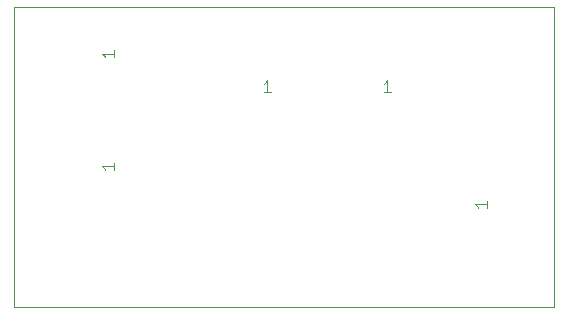
<source format=gbr>
G04 #@! TF.GenerationSoftware,KiCad,Pcbnew,5.1.4-e60b266~84~ubuntu18.04.1*
G04 #@! TF.CreationDate,2019-09-26T20:27:51+08:00*
G04 #@! TF.ProjectId,head,68656164-2e6b-4696-9361-645f70636258,rev?*
G04 #@! TF.SameCoordinates,Original*
G04 #@! TF.FileFunction,Profile,NP*
%FSLAX46Y46*%
G04 Gerber Fmt 4.6, Leading zero omitted, Abs format (unit mm)*
G04 Created by KiCad (PCBNEW 5.1.4-e60b266~84~ubuntu18.04.1) date 2019-09-26 20:27:51*
%MOMM*%
%LPD*%
G04 APERTURE LIST*
%ADD10C,0.050000*%
G04 APERTURE END LIST*
D10*
X85090000Y-26670000D02*
X39370000Y-26670000D01*
X85090000Y-52070000D02*
X85090000Y-26670000D01*
X39370000Y-52070000D02*
X85090000Y-52070000D01*
X39370000Y-26670000D02*
X39370000Y-52070000D01*
X47817380Y-30334285D02*
X47817380Y-30905714D01*
X47817380Y-30620000D02*
X46817380Y-30620000D01*
X46960238Y-30715238D01*
X47055476Y-30810476D01*
X47103095Y-30905714D01*
X47817380Y-39859285D02*
X47817380Y-40430714D01*
X47817380Y-40145000D02*
X46817380Y-40145000D01*
X46960238Y-40240238D01*
X47055476Y-40335476D01*
X47103095Y-40430714D01*
X61105714Y-33847380D02*
X60534285Y-33847380D01*
X60820000Y-33847380D02*
X60820000Y-32847380D01*
X60724761Y-32990238D01*
X60629523Y-33085476D01*
X60534285Y-33133095D01*
X71265714Y-33847380D02*
X70694285Y-33847380D01*
X70980000Y-33847380D02*
X70980000Y-32847380D01*
X70884761Y-32990238D01*
X70789523Y-33085476D01*
X70694285Y-33133095D01*
X79402380Y-43084285D02*
X79402380Y-43655714D01*
X79402380Y-43370000D02*
X78402380Y-43370000D01*
X78545238Y-43465238D01*
X78640476Y-43560476D01*
X78688095Y-43655714D01*
M02*

</source>
